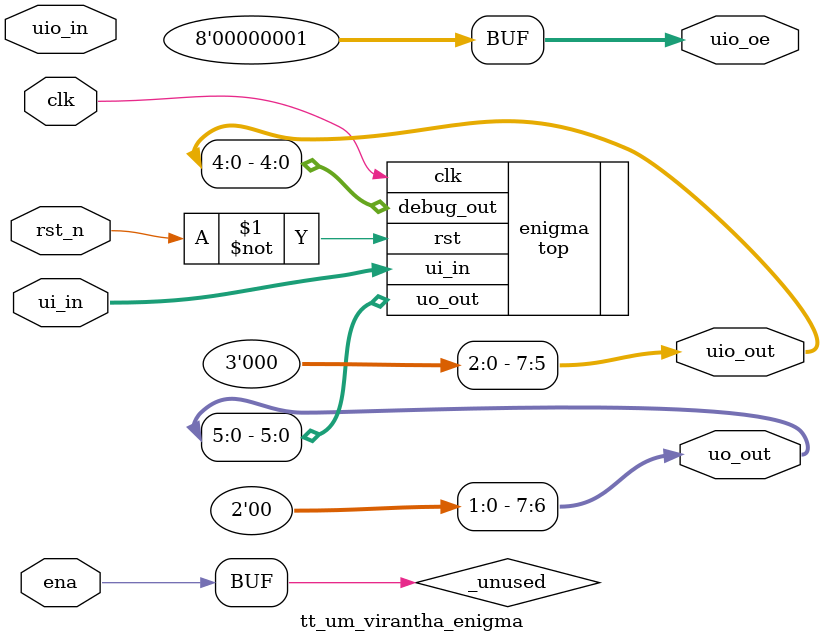
<source format=v>
/*
 * Copyright (c) 2024 Your Name
 * SPDX-License-Identifier: Apache-2.0
 */
`default_nettype none
//`include "am_top.v"

module tt_um_virantha_enigma (
    input  wire [7:0] ui_in,    // Dedicated inputs
    output wire [7:0] uo_out,   // Dedicated outputs
    input  wire [7:0] uio_in,   // IOs: Input path
    output wire [7:0] uio_out,  // IOs: Output path
    output wire [7:0] uio_oe,   // IOs: Enable path (active high: 0=input, 1=output)
    input  wire       ena,      // always 1 when the design is powered, so you can ignore it
    input  wire       clk,      // clock
    input  wire       rst_n     // reset_n - low to reset
);

  // All output pins must be assigned. If not used, assign to 0.
  //assign uo_out  = ui_in + uio_in;  // Example: ou_out is the sum of ui_in and uio_in
  assign uio_out[7:5] = 0;
  assign uio_oe  = 1;

  assign uo_out[7:6] = 0;
  top enigma (
    .ui_in (ui_in),
    .uo_out (uo_out[5:0]),
    .debug_out (uio_out[4:0]),
    .clk (clk),
    .rst (~rst_n)
  );
  /*
  Rotor r0 ( .right (ui_in[4:0]),
             .left  (uo_out[4:0])
    );
  */
  // List all unused inputs to prevent warnings
  wire _unused = ena;
  //wire _unused = &{ena, clk, rst_n, 1'b0};

endmodule

</source>
